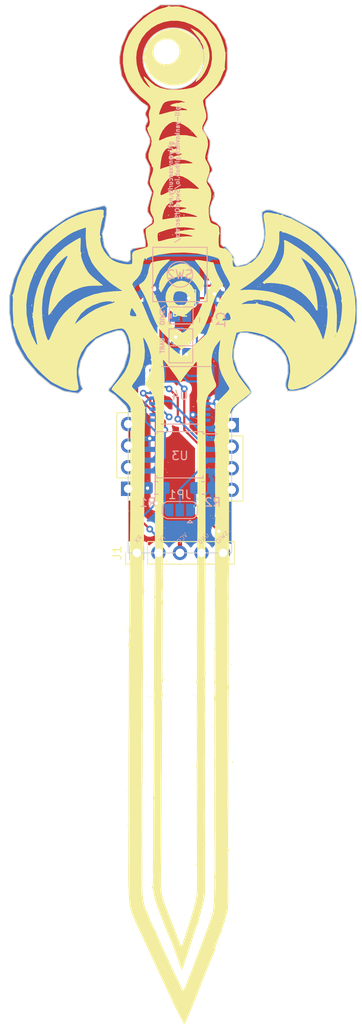
<source format=kicad_pcb>
(kicad_pcb (version 20221018) (generator pcbnew)
  (layers (0 "F.Cu" signal) (31 "B.Cu" signal) (34 "B.Paste" user) (35 "F.Paste" user) (36 "B.SilkS" user "B.Silkscreen") (37 "F.SilkS" user "F.Silkscreen") (38 "B.Mask" user) (39 "F.Mask" user) (44 "Edge.Cuts" user))
  (net 0 "")
  (net 1 "VCC")
  (net 2 "GND")
  (net 3 "RST")
  (net 4 "PC4")
  (net 5 "MISO")
  (net 6 "IO2")
  (net 7 "MOSI")
  (net 8 "SCK")
  (net 9 "SWIO")
  (net 10 "PC3")
  (net 16 "Net-(J1-Pin_1)")
  (net 17 "Net-(J1-Pin_2)")
  (net 18 "Net-(JP1-A)")
  (net 19 "Net-(JP1-B)")
  (net 20 "TX")
  (net 21 "RX")
  (footprint "LED_SMD:LED_0805_2012Metric_Pad1.15x1.40mm_HandSolder" (layer "F.Cu") (at -0.009 -11.43 180)
    (fp_text reference "D1" (at 0 -1.65) (layer "F.SilkS"))
    (fp_text value "LED")
    (pad "1" smd roundrect (at -1.025 0 180) (size 1.15 1.4) (layers "F.Cu" "F.Paste" "F.Mask") (roundrect_rratio 0.2173913043) (net 2 "GND"))
    (pad "2" smd roundrect (at 1.025 0 180) (size 1.15 1.4) (layers "F.Cu" "F.Paste" "F.Mask") (roundrect_rratio 0.2173913043) (net 10 "PC3"))
  )
  (footprint "Connector_PinHeader_2.54mm:PinHeader_1x04_P2.54mm_Vertical" (layer "F.Cu") (at -6.096 11 180)
    (fp_text reference "J4" hide)
    (fp_text value "Conn_01x04_Pin")
    (pad "1" thru_hole rect (at 0 0 180) (size 1.7 1.7) (drill 1) (layers "*.Cu" "*.Mask") (net 7 "MOSI"))
    (pad "2" thru_hole oval (at 0 2.54 180) (size 1.7 1.7) (drill 1) (layers "*.Cu" "*.Mask") (net 8 "SCK"))
    (pad "3" thru_hole oval (at 0 5.08 180) (size 1.7 1.7) (drill 1) (layers "*.Cu" "*.Mask") (net 1 "VCC"))
    (pad "4" thru_hole oval (at 0 7.62 180) (size 1.7 1.7) (drill 1) (layers "*.Cu" "*.Mask") (net 1 "VCC"))
  )
  (footprint "LOGO" (layer "F.Cu") (at 0.203254 12.954 42)
    (fp_text reference "G***" hide)
    (fp_text value "LOGO" hide)
  )
  (footprint "Connector_PinHeader_2.54mm:PinHeader_1x05_P2.54mm_Vertical" (layer "F.Cu") (at -5.08 18.542 90)
    (fp_text reference "J1" (at 0 -2.33 90) (layer "F.SilkS"))
    (fp_text value "Conn_01x05_Pin")
    (pad "1" thru_hole rect (at 0 0 90) (size 1.7 1.7) (drill 1) (layers "*.Cu" "*.Mask") (net 16 "Net-(J1-Pin_1)"))
    (pad "2" thru_hole oval (at 0 2.54 90) (size 1.7 1.7) (drill 1) (layers "*.Cu" "*.Mask") (net 17 "Net-(J1-Pin_2)"))
    (pad "3" thru_hole oval (at 0 5.08 90) (size 1.7 1.7) (drill 1) (layers "*.Cu" "*.Mask") (net 1 "VCC"))
    (pad "4" thru_hole oval (at 0 7.62 90) (size 1.7 1.7) (drill 1) (layers "*.Cu" "*.Mask") (net 2 "GND"))
    (pad "5" thru_hole oval (at 0 10.16 90) (size 1.7 1.7) (drill 1) (layers "*.Cu" "*.Mask") (net 9 "SWIO"))
  )
  (footprint "Connector_PinHeader_2.54mm:PinHeader_1x04_P2.54mm_Vertical" (layer "F.Cu") (at 6.096 3.5)
    (fp_text reference "J3" hide)
    (fp_text value "Conn_01x04_Pin")
    (pad "1" thru_hole rect (at 0 0) (size 1.7 1.7) (drill 1) (layers "*.Cu" "*.Mask") (net 4 "PC4"))
    (pad "2" thru_hole oval (at 0 2.54) (size 1.7 1.7) (drill 1) (layers "*.Cu" "*.Mask") (net 5 "MISO"))
    (pad "3" thru_hole oval (at 0 5.08) (size 1.7 1.7) (drill 1) (layers "*.Cu" "*.Mask") (net 6 "IO2"))
    (pad "4" thru_hole oval (at 0 7.62) (size 1.7 1.7) (drill 1) (layers "*.Cu" "*.Mask") (net 2 "GND"))
  )
  (footprint "SolderJumper:SolderJumper-2_P1.3mm_Open_Pad1.0x1.5mm" (layer "B.Cu") (at 0.112 -6.826 180)
    (fp_text reference "JP4" hide)
    (fp_text value "SolderJumper_2_Open")
    (pad "1" smd rect (at -0.65 0 180) (size 1 1.5) (layers "B.Cu" "B.Mask") (net 21 "RX"))
    (pad "2" smd rect (at 0.65 0 180) (size 1 1.5) (layers "B.Cu" "B.Mask") (net 16 "Net-(J1-Pin_1)"))
  )
  (footprint "SMD-Button-6x6-4Pin:SMD-BTN-6x6-4Pin" (layer "B.Cu") (at 0 -14.224)
    (fp_text reference "SW2" (at 0 0) (layer "B.SilkS") (effects (justify mirror)))
    (fp_text value "SW_Push")
    (pad "1" smd rect (at -4.05 2.225) (size 1.5 1) (layers "B.Cu" "B.Paste" "B.Mask") (net 2 "GND"))
    (pad "1" smd rect (at 4.05 2.225) (size 1.5 1) (layers "B.Cu" "B.Paste" "B.Mask") (net 2 "GND"))
    (pad "2" smd rect (at -4.05 -2.225) (size 1.5 1) (layers "B.Cu" "B.Paste" "B.Mask") (net 3 "RST"))
    (pad "2" smd rect (at 4.05 -2.225) (size 1.5 1) (layers "B.Cu" "B.Paste" "B.Mask") (net 3 "RST"))
  )
  (footprint "SolderJumper:SolderJumper-2_P1.3mm_Open_Pad1.0x1.5mm" (layer "B.Cu") (at 0.112 -4.826 180)
    (fp_text reference "JP3" hide)
    (fp_text value "SolderJumper_2_Open")
    (pad "1" smd rect (at -0.65 0 180) (size 1 1.5) (layers "B.Cu" "B.Mask") (net 17 "Net-(J1-Pin_2)"))
    (pad "2" smd rect (at 0.65 0 180) (size 1 1.5) (layers "B.Cu" "B.Mask") (net 20 "TX"))
  )
  (footprint "Resistor_SMD:R_0805_2012Metric_Pad1.20x1.40mm_HandSolder" (layer "B.Cu") (at -2.8 10.9 180)
    (fp_text reference "R1" (at 0.98 -1.71) (layer "B.SilkS") (effects (justify mirror)))
    (fp_text value "10k")
    (pad "1" smd roundrect (at -1 0 180) (size 1.2 1.4) (layers "B.Cu" "B.Paste" "B.Mask") (roundrect_rratio 0.2083333333) (net 19 "Net-(JP1-B)"))
    (pad "2" smd roundrect (at 1 0 180) (size 1.2 1.4) (layers "B.Cu" "B.Paste" "B.Mask") (roundrect_rratio 0.2083333333) (net 1 "VCC"))
  )
  (footprint "Package_SO:TSSOP-20_4.4x6.5mm_P0.65mm" (layer "B.Cu") (at 0 0 180)
    (fp_text reference "U4" (at 0 0) (layer "B.SilkS") (effects (justify mirror)))
    (fp_text value "CH32V003F4P6")
    (pad "1" smd roundrect (at -2.8625 2.925 180) (size 1.475 0.4) (layers "B.Cu" "B.Paste" "B.Mask"))
    (pad "2" smd roundrect (at -2.8625 2.275 180) (size 1.475 0.4) (layers "B.Cu" "B.Paste" "B.Mask") (net 20 "TX"))
    (pad "3" smd roundrect (at -2.8625 1.625 180) (size 1.475 0.4) (layers "B.Cu" "B.Paste" "B.Mask") (net 21 "RX"))
    (pad "4" smd roundrect (at -2.8625 0.975 180) (size 1.475 0.4) (layers "B.Cu" "B.Paste" "B.Mask") (net 3 "RST"))
    (pad "5" smd roundrect (at -2.8625 0.325 180) (size 1.475 0.4) (layers "B.Cu" "B.Paste" "B.Mask"))
    (pad "6" smd roundrect (at -2.8625 -0.325 180) (size 1.475 0.4) (layers "B.Cu" "B.Paste" "B.Mask"))
    (pad "7" smd roundrect (at -2.8625 -0.975 180) (size 1.475 0.4) (layers "B.Cu" "B.Paste" "B.Mask") (net 2 "GND"))
    (pad "8" smd roundrect (at -2.8625 -1.625 180) (size 1.475 0.4) (layers "B.Cu" "B.Paste" "B.Mask"))
    (pad "9" smd roundrect (at -2.8625 -2.275 180) (size 1.475 0.4) (layers "B.Cu" "B.Paste" "B.Mask") (net 1 "VCC"))
    (pad "10" smd roundrect (at -2.8625 -2.925 180) (size 1.475 0.4) (layers "B.Cu" "B.Paste" "B.Mask"))
    (pad "11" smd roundrect (at 2.8625 -2.925 180) (size 1.475 0.4) (layers "B.Cu" "B.Paste" "B.Mask"))
    (pad "12" smd roundrect (at 2.8625 -2.275 180) (size 1.475 0.4) (layers "B.Cu" "B.Paste" "B.Mask"))
    (pad "13" smd roundrect (at 2.8625 -1.625 180) (size 1.475 0.4) (layers "B.Cu" "B.Paste" "B.Mask") (net 10 "PC3"))
    (pad "14" smd roundrect (at 2.8625 -0.975 180) (size 1.475 0.4) (layers "B.Cu" "B.Paste" "B.Mask") (net 4 "PC4"))
    (pad "15" smd roundrect (at 2.8625 -0.325 180) (size 1.475 0.4) (layers "B.Cu" "B.Paste" "B.Mask") (net 8 "SCK"))
    (pad "16" smd roundrect (at 2.8625 0.325 180) (size 1.475 0.4) (layers "B.Cu" "B.Paste" "B.Mask") (net 7 "MOSI"))
    (pad "17" smd roundrect (at 2.8625 0.975 180) (size 1.475 0.4) (layers "B.Cu" "B.Paste" "B.Mask") (net 5 "MISO"))
    (pad "18" smd roundrect (at 2.8625 1.625 180) (size 1.475 0.4) (layers "B.Cu" "B.Paste" "B.Mask") (net 9 "SWIO"))
    (pad "19" smd roundrect (at 2.8625 2.275 180) (size 1.475 0.4) (layers "B.Cu" "B.Paste" "B.Mask"))
    (pad "20" smd roundrect (at 2.8625 2.925 180) (size 1.475 0.4) (layers "B.Cu" "B.Paste" "B.Mask"))
  )
  (footprint "Resistor_SMD:R_0805_2012Metric_Pad1.20x1.40mm_HandSolder" (layer "B.Cu") (at 2.8 10.9)
    (fp_text reference "R2" (at 1.06 1.68) (layer "B.SilkS") (effects (justify mirror)))
    (fp_text value "100k")
    (pad "1" smd roundrect (at -1 0) (size 1.2 1.4) (layers "B.Cu" "B.Paste" "B.Mask") (roundrect_rratio 0.2083333333) (net 18 "Net-(JP1-A)"))
    (pad "2" smd roundrect (at 1 0) (size 1.2 1.4) (layers "B.Cu" "B.Paste" "B.Mask") (roundrect_rratio 0.2083333333) (net 2 "GND"))
  )
  (footprint "SolderJumper:SolderJumper-2_P1.3mm_Open_Pad1.0x1.5mm" (layer "B.Cu") (at 0.142 -9.398 180)
    (fp_text reference "JP2" hide)
    (fp_text value "SolderJumper_2_Open")
    (pad "1" smd rect (at -0.65 0 180) (size 1 1.5) (layers "B.Cu" "B.Mask") (net 2 "GND"))
    (pad "2" smd rect (at 0.65 0 180) (size 1 1.5) (layers "B.Cu" "B.Mask") (net 9 "SWIO"))
  )
  (footprint "Package_SO:SOIC-8_5.23x5.23mm_P1.27mm" (layer "B.Cu") (at 0 7 180)
    (fp_text reference "U3" (at 0 -0.112) (layer "B.SilkS") (effects (justify mirror)))
    (fp_text value "W25Q128JVS")
    (pad "1" smd roundrect (at -3.6 1.905 180) (size 1.6 0.6) (layers "B.Cu" "B.Paste" "B.Mask") (net 4 "PC4"))
    (pad "2" smd roundrect (at -3.6 0.635 180) (size 1.6 0.6) (layers "B.Cu" "B.Paste" "B.Mask") (net 5 "MISO"))
    (pad "3" smd roundrect (at -3.6 -0.635 180) (size 1.6 0.6) (layers "B.Cu" "B.Paste" "B.Mask") (net 6 "IO2"))
    (pad "4" smd roundrect (at -3.6 -1.905 180) (size 1.6 0.6) (layers "B.Cu" "B.Paste" "B.Mask") (net 2 "GND"))
    (pad "5" smd roundrect (at 3.6 -1.905 180) (size 1.6 0.6) (layers "B.Cu" "B.Paste" "B.Mask") (net 7 "MOSI"))
    (pad "6" smd roundrect (at 3.6 -0.635 180) (size 1.6 0.6) (layers "B.Cu" "B.Paste" "B.Mask") (net 8 "SCK"))
    (pad "7" smd roundrect (at 3.6 0.635 180) (size 1.6 0.6) (layers "B.Cu" "B.Paste" "B.Mask") (net 1 "VCC"))
    (pad "8" smd roundrect (at 3.6 1.905 180) (size 1.6 0.6) (layers "B.Cu" "B.Paste" "B.Mask") (net 1 "VCC"))
  )
  (footprint "Capacitor_SMD:C_0805_2012Metric_Pad1.18x1.45mm_HandSolder" (layer "B.Cu") (at 3.048 -8.8685 -90)
    (fp_text reference "C1" (at 0 -1.778 90) (layer "B.SilkS") (effects (justify mirror)))
    (fp_text value "C")
    (pad "1" smd roundrect (at -1.0375 0 270) (size 1.175 1.45) (layers "B.Cu" "B.Paste" "B.Mask") (roundrect_rratio 0.2127659574) (net 3 "RST"))
    (pad "2" smd roundrect (at 1.0375 0 270) (size 1.175 1.45) (layers "B.Cu" "B.Paste" "B.Mask") (roundrect_rratio 0.2127659574) (net 2 "GND"))
  )
  (footprint "SolderJumper:SolderJumper-3_P1.3mm_Open_RoundedPad1.0x1.5mm" (layer "B.Cu") (at -0.02 13.5 180)
    (fp_text reference "JP1" (at 0 1.8) (layer "B.SilkS") (effects (justify mirror)))
    (fp_text value "SolderJumper_3_Open")
    (pad "1" smd custom (at -1.3 0 180) (size 1 0.5) (layers "B.Cu" "B.Mask") (net 18 "Net-(JP1-A)") (options (clearance outline) (anchor rect)) (primitives (gr_circle (center 0 -0.25) (end 0.5 -0.25) (width 0) (fill yes)) (gr_circle (center 0 0.25) (end 0.5 0.25) (width 0) (fill yes)) (gr_poly (pts (xy 0.55 0.75) (xy 0 0.75) (xy 0 -0.75) (xy 0.55 -0.75)) (width 0) (fill yes))))
    (pad "2" smd rect (at 0 0 180) (size 1 1.5) (layers "B.Cu" "B.Mask") (net 6 "IO2"))
    (pad "3" smd custom (at 1.3 0 180) (size 1 0.5) (layers "B.Cu" "B.Mask") (net 19 "Net-(JP1-B)") (options (clearance outline) (anchor rect)) (primitives (gr_circle (center 0 -0.25) (end 0.5 -0.25) (width 0) (fill yes)) (gr_circle (center 0 0.25) (end 0.5 0.25) (width 0) (fill yes)) (gr_poly (pts (xy -0.55 0.75) (xy 0 0.75) (xy 0 -0.75) (xy -0.55 -0.75)) (width 0) (fill yes))))
  )
  (gr_poly (pts (xy -7.9 -10.9) (xy -8.8 -10.6) (xy -9.8 -10.2) (xy -10.4 -9.9) (xy -11 -9.5) (xy -12.4 -8.4) (xy -12 -9.1) (xy -11.5 -9.8) (xy -10.7 -10.4) (xy -9.8 -10.8) (xy -8.8 -11.1) (xy -7.7 -11.1) (xy -7.7 -11)) (stroke (width 0.2)) (fill solid) (layer "F.Cu"))
  (gr_poly (pts (xy 0.8 -33.5) (xy -0.5 -33.5) (xy -1.1 -33.4) (xy -2.2 -33.1) (xy -2.5 -33) (xy -2.5 -33.1) (xy -2.3 -33.6) (xy -2 -34.3) (xy -1.8 -34.5) (xy -1.5 -34.6) (xy -1 -34.7) (xy 0.1 -34.7) (xy 0.3 -34.6) (xy 0.6 -34.6) (xy 0.6 -34.5) (xy 0.5 -34.4) (xy -0.2 -34.4) (xy -0.7 -34.3) (xy -1 -34.2) (xy -1.1 -34.1) (xy -0.1 -33.9) (xy 0.5 -33.8) (xy 0.9 -33.6)) (stroke (width 0.2)) (fill solid) (layer "F.Cu"))
  (gr_poly (pts (xy 2.2 -24.3) (xy 1.1 -24.4) (xy -0.6 -24.2) (xy -2.2 -23.5) (xy -2.3 -23.6) (xy -2.3 -24) (xy -1.5 -25.4) (xy -0.8 -25.8) (xy -0.2 -25.9) (xy 0.5 -25.7) (xy 1.3 -25.2) (xy 2.3 -24.3)) (stroke (width 0.2)) (fill solid) (layer "F.Cu"))
  (gr_poly (pts (xy 0.4 -18.7) (xy -1.8 -18.3) (xy -2.5 -18.1) (xy -2.6 -18.2) (xy -2.6 -19.1) (xy -1.5 -19.5) (xy -0.5 -19.7) (xy 0.5 -19.8) (xy 1.4 -19.7) (xy 1.8 -19.6) (xy 1.7 -19.5) (xy 1.2 -19.5) (xy 0.2 -19.4) (xy -0.6 -19.2) (xy -0.5 -19.1) (xy 0.4 -19) (xy 1.1 -18.9) (xy 1.5 -18.7)) (stroke (width 0.2)) (fill solid) (layer "F.Cu"))
  (gr_poly (pts (xy 7.1 -12.4) (xy 8.9 -12.4) (xy 10.6 -12.2) (xy 12.2 -11.7) (xy 13.4 -11.1) (xy 14.4 -10.4) (xy 15.3 -9.5) (xy 15.9 -8.7) (xy 16.5 -7.5) (xy 16.8 -6.6) (xy 16.9 -6.6) (xy 17.1 -7.3) (xy 17.3 -8.4) (xy 17.4 -9.5) (xy 17.4 -10.3) (xy 17.2 -11.6) (xy 16.9 -12.9) (xy 16.5 -13.8) (xy 15.9 -14.9) (xy 15.1 -15.7) (xy 14.2 -16.3) (xy 14.9 -15) (xy 15.3 -14.2) (xy 15.7 -13.2) (xy 16 -12.2) (xy 16.2 -10.8) (xy 16.2 -10) (xy 16.1 -10) (xy 15.4 -11) (xy 14.8 -11.7) (xy 14.3 -12.1) (xy 13.5 -12.6) (xy 12.8 -12.9) (xy 12 -13.1) (xy 11.1 -13.2) (xy 9.8 -13.2) (xy 9.8 -13.3) (xy 10.8 -14.2) (xy 11.4 -14.9) (xy 11.9 -15.7) (xy 12.3 -16.7) (xy 12.3 -18.2) (xy 12.4 -18.2) (xy 13.4 -17.7) (xy 14.6 -16.9) (xy 15.9 -15.7) (xy 16.6 -15) (xy 17.2 -14) (xy 17.8 -12.8) (xy 18.2 -11.7) (xy 18.4 -10.6) (xy 18.5 -9.3) (xy 18.4 -7.4) (xy 18.5 -7.3) (xy 18.8 -8.2) (xy 19.1 -9.6) (xy 19.1 -11.2) (xy 18.9 -12.3) (xy 18.5 -13.4) (xy 17.7 -15.1) (xy 16.5 -16.5) (xy 15.5 -17.4) (xy 14.2 -18.3) (xy 12.6 -19.1) (xy 11.8 -19.4) (xy 11.6 -19.2) (xy 11.7 -18.4) (xy 11.7 -18) (xy 11.5 -17.1) (xy 11.2 -16.3) (xy 10.8 -15.6) (xy 10.2 -14.9) (xy 9.6 -14.3) (xy 8.8 -13.6)) (stroke (width 0.2)) (fill solid) (layer "F.Cu"))
  (gr_poly (pts (xy 7.2 -10.7) (xy 8.9 -10.8) (xy 10 -10.6) (xy 11.5 -10.1) (xy 12.3 -9.6) (xy 13.6 -8.6) (xy 13.3 -9.3) (xy 12.3 -10.3) (xy 11.4 -10.8) (xy 10.2 -11.2) (xy 8.7 -11.3) (xy 7.4 -10.9)) (stroke (width 0.2)) (fill solid) (layer "F.Cu"))
  (gr_poly (pts (xy 2.1 -30.3) (xy 1.3 -30.5) (xy 0.2 -30.6) (xy -0.9 -30.5) (xy -1.6 -30.3) (xy -2.3 -30) (xy -2.5 -30) (xy -2.5 -30.2) (xy -2.1 -31.2) (xy -1.6 -31.8) (xy -0.9 -32.2) (xy -0.5 -32.2) (xy 0 -32.1) (xy 0.4 -31.9) (xy 0.9 -31.6) (xy 1.3 -31.2) (xy 1.8 -30.8)) (stroke (width 0.2)) (fill solid) (layer "F.Cu"))
  (gr_poly (pts (xy 1.5 -27.3) (xy 0.1 -27.3) (xy -0.9 -27.1) (xy -1.6 -26.9) (xy -2.4 -26.6) (xy -2.2 -27.9) (xy -2 -28.5) (xy -1.8 -28.8) (xy -1.7 -29) (xy -1.4 -29.2) (xy -0.8 -29.3) (xy -0.5 -29.3) (xy -0.3 -29.2) (xy -0.3 -29.1) (xy -0.9 -28.9) (xy -1.2 -28.7) (xy -1.2 -28.6) (xy 0.3 -28.4) (xy -0.9 -28) (xy -0.9 -27.9) (xy 0 -27.8) (xy 1 -27.6) (xy 1.5 -27.4)) (stroke (width 0.2)) (fill solid) (layer "F.Cu"))
  (gr_poly (pts (xy 2.1 -21) (xy 0.1 -21) (xy -2 -20.7) (xy -2.1 -20.8) (xy -1.9 -21.6) (xy -1.6 -22.3) (xy -1.1 -22.7) (xy -0.3 -23) (xy 0.2 -22.9) (xy 0.1 -22.8) (xy -0.5 -22.5) (xy -0.8 -22.3) (xy -0.8 -22.2) (xy 0.5 -22.1) (xy 0.8 -22) (xy 0.2 -21.9) (xy -0.2 -21.7) (xy -0.3 -21.6) (xy 0.3 -21.5) (xy 1.4 -21.3)) (stroke (width 0.2)) (fill solid) (layer "F.Cu"))
  (gr_poly (pts (xy -6.8 -12.3) (xy -8.3 -12.2) (xy -9.1 -12.1) (xy -10.4 -11.8) (xy -11.2 -11.5) (xy -12.2 -10.9) (xy -13.1 -10.2) (xy -13.8 -9.5) (xy -14.4 -8.7) (xy -14.7 -8.1) (xy -15.1 -7.2) (xy -15.4 -6.5) (xy -15.5 -6.5) (xy -15.6 -6.6) (xy -16 -7.9) (xy -16.2 -8.9) (xy -16.3 -10.2) (xy -16.2 -11.5) (xy -16 -12.5) (xy -15.7 -13.4) (xy -15.3 -14.2) (xy -14.6 -15.2) (xy -13.9 -16) (xy -13.4 -16.4) (xy -13.2 -16.5) (xy -13.2 -16.3) (xy -13.8 -15.2) (xy -14.5 -13.8) (xy -14.8 -13) (xy -15 -12.5) (xy -15.3 -11.4) (xy -15.4 -10.8) (xy -15.5 -9.8) (xy -15.5 -9.4) (xy -15.4 -9.4) (xy -14.7 -10.4) (xy -14.3 -10.9) (xy -13.5 -11.7) (xy -12.6 -12.3) (xy -11.9 -12.6) (xy -11.2 -12.8) (xy -10.5 -12.9) (xy -9.3 -12.9) (xy -9.2 -13) (xy -10.8 -14.4) (xy -11.4 -15.6) (xy -11.6 -16.2) (xy -11.7 -16.9) (xy -11.7 -18.5) (xy -11.8 -18.5) (xy -12.9 -17.9) (xy -13.6 -17.4) (xy -14.4 -16.7) (xy -15.1 -15.8) (xy -15.8 -14.8) (xy -16.4 -13.6) (xy -16.8 -12.6) (xy -17.1 -11.4) (xy -17.3 -9.7) (xy -17.3 -9) (xy -17.2 -8.1) (xy -17 -7) (xy -16.8 -6) (xy -16.9 -5.9) (xy -17.4 -7) (xy -17.8 -8.1) (xy -18.1 -9.5) (xy -18.1 -10.7) (xy -17.9 -12.2) (xy -17.6 -13.3) (xy -17.2 -14.3) (xy -16.6 -15.4) (xy -15.9 -16.4) (xy -15.2 -17.2) (xy -13.9 -18.3) (xy -12.8 -19.1) (xy -12.1 -19.4) (xy -11 -19.8) (xy -11 -17.6) (xy -10.7 -16.4) (xy -10.4 -15.7) (xy -10.1 -15.2) (xy -9.1 -14.1) (xy -8.1 -13.2) (xy -7.3 -12.6)) (stroke (width 0.2)) (fill solid) (layer "F.Cu"))
  (gr_poly (pts (xy 6.096 18.552291) (xy 6.096 2.042291) (xy 6.35 1.534291) (xy 6.858 1.026291) (xy 7.874 0.264291) (xy 8.382 -0.243709) (xy 8.382 -0.497709) (xy 8.128 -1.005709) (xy 7.366 -2.021709) (xy 6.858 -2.783709) (xy 6.35 -4.307709) (xy 6.35 -5.323709) (xy 6.604 -6.339709) (xy 6.858 -7.101709) (xy 7.112 -7.355709) (xy 7.874 -7.355709) (xy 9.906 -6.847709) (xy 11.176 -6.085709) (xy 11.938 -5.323709) (xy 12.446 -4.561709) (xy 12.7 -3.545709) (xy 12.7 -2.529709) (xy 12.446 -1.513709) (xy 12.446 -1.005709) (xy 12.7 -0.497709) (xy 13.462 -0.497709) (xy 14.732 -0.751709) (xy 16.764 -2.021709) (xy 18.034 -3.037709) (xy 19.558 -4.815709) (xy 20.32 -6.339709) (xy 20.574 -7.355709) (xy 20.828 -8.625709) (xy 20.828 -11.165709) (xy 20.574 -12.689709) (xy 20.066 -14.467709) (xy 19.304 -15.991709) (xy 18.288 -17.261709) (xy 16.256 -19.293709) (xy 12.954 -21.071709) (xy 10.668 -21.833709) (xy 10.16 -21.833709) (xy 9.652 -21.579709) (xy 9.652 -21.071709) (xy 9.906 -19.293709) (xy 9.906 -18.531709) (xy 9.652 -17.515709) (xy 8.89 -16.245709) (xy 7.874 -15.483709) (xy 6.858 -15.229709) (xy 6.604 -15.229709) (xy 6.35 -15.737709) (xy 6.35 -16.245709) (xy 5.588 -17.261709) (xy 5.334 -17.515709) (xy 5.08 -17.515709) (xy 4.826 -17.769709) (xy 4.826 -19.801709) (xy 4.318 -20.309709) (xy 3.81 -20.563709) (xy 3.556 -21.325709) (xy 3.556 -22.087709) (xy 3.81 -22.849709) (xy 4.064 -23.357709) (xy 4.064 -23.865709) (xy 3.556 -24.881709) (xy 3.302 -25.135709) (xy 3.302 -25.389709) (xy 3.556 -26.151709) (xy 3.81 -26.405709) (xy 3.81 -26.659709) (xy 3.302 -27.675709) (xy 3.302 -28.183709) (xy 3.556 -29.453709) (xy 3.556 -29.961709) (xy 2.794 -31.231709) (xy 2.794 -31.485709) (xy 3.302 -32.501709) (xy 3.302 -33.009709) (xy 3.048 -34.279709) (xy 3.048 -34.787709) (xy 4.826 -36.565709) (xy 5.334 -37.581709) (xy 5.588 -38.343709) (xy 5.588 -40.883709) (xy 5.334 -41.899709) (xy 4.318 -43.677709) (xy 2.54 -45.201709) (xy 0.254 -45.963709) (xy -2.286 -45.963709) (xy -4.318 -44.693709) (xy -6.096 -42.915709) (xy -6.858 -41.137709) (xy -7.112 -39.867709) (xy -7.112 -39.105709) (xy -6.858 -37.581709) (xy -5.842 -35.803709) (xy -4.572 -34.533709) (xy -3.81 -34.025709) (xy -3.81 -33.771709) (xy -4.064 -33.263709) (xy -4.064 -33.009709) (xy -3.81 -32.501709) (xy -3.81 -32.247709) (xy -4.064 -31.739709) (xy -4.064 -31.231709) (xy -3.556 -30.215709) (xy -3.556 -29.707709) (xy -4.064 -28.437709) (xy -4.064 -27.929709) (xy -3.556 -26.913709) (xy -3.556 -26.405709) (xy -3.81 -25.135709) (xy -3.81 -24.881709) (xy -3.302 -23.865709) (xy -3.81 -22.087709) (xy -3.81 -21.579709) (xy -3.302 -20.817709) (xy -3.302 -20.309709) (xy -4.318 -19.547709) (xy -4.318 -19.293709) (xy -4.064 -18.023709) (xy -4.064 -17.515709) (xy -5.588 -17.261709) (xy -5.842 -17.007709) (xy -5.842 -15.991709) (xy -6.096 -15.737709) (xy -6.35 -15.737709) (xy -7.366 -15.991709) (xy -8.128 -16.245709) (xy -8.89 -17.515709) (xy -9.144 -19.039709) (xy -8.89 -19.801709) (xy -8.636 -21.325709) (xy -8.636 -22.087709) (xy -8.89 -22.341709) (xy -11.938 -21.579709) (xy -13.462 -20.817709) (xy -16.002 -19.039709) (xy -17.272 -17.769709) (xy -18.542 -15.991709) (xy -19.558 -13.705709) (xy -20.066 -11.673709) (xy -20.066 -9.641709) (xy -19.812 -7.863709) (xy -19.304 -6.085709) (xy -18.288 -4.307709) (xy -16.764 -2.529709) (xy -15.24 -1.259709) (xy -13.716 -0.497709) (xy -12.192 -0.243709) (xy -11.938 -0.243709) (xy -11.43 -0.751709) (xy -11.684 -1.259709) (xy -11.938 -2.783709) (xy -11.684 -4.053709) (xy -10.922 -5.577709) (xy -9.906 -6.593709) (xy -8.89 -7.101709) (xy -7.366 -7.609709) (xy -6.858 -7.609709) (xy -6.604 -7.355709) (xy -6.35 -6.847709) (xy -6.096 -5.831709) (xy -6.096 -5.069709) (xy -6.604 -3.291709) (xy -7.366 -2.021709) (xy -8.128 -1.005709) (xy -8.382 -0.751709) (xy -8.382 -0.497709) (xy -7.62 0.010291) (xy -6.35 1.280291) (xy -6.096 1.788291) (xy -6.096 18.552291)) (stroke (width 0.1)) (fill none) (layer "Edge.Cuts"))
  (gr_circle (center -0.762 -39.652135) (end -0.508 -36.068) (stroke (width 0.1)) (fill none) (layer "Edge.Cuts"))
  (gr_text "/SWIO" (at -1.778 -10.668 90) (layer "B.SilkS") (effects (font (size 0.5 0.5) (thickness 0.125)) (justify left bottom mirror)))
  (gr_text "giliy@nyxsecurity.net\ngili-yankovitch.github.io/SwordOfSecrets/" (at 0 -26 90) (layer "B.SilkS") (effects (font (size 0.5 0.5) (thickness 0.125)) (justify bottom mirror)))
  (gr_text "VCC" (at 1.016 16.51 45) (layer "B.SilkS") (effects (font (size 0.5 0.5) (thickness 0.0625)) (justify left bottom mirror)))
  (gr_text "GND" (at 3.556 16.51 45) (layer "B.SilkS") (effects (font (size 0.5 0.5) (thickness 0.0625)) (justify left bottom mirror)))
  (gr_text "TX" (at -1.524 16.764 -315) (layer "B.SilkS") (effects (font (size 0.5 0.5) (thickness 0.0625)) (justify left bottom mirror)))
  (gr_text "UART" (at -1.778 -6.858 90) (layer "B.SilkS") (effects (font (size 0.5 0.5) (thickness 0.125)) (justify left bottom mirror)))
  (gr_text "RX" (at -4.318 16.764 -315) (layer "B.SilkS") (effects (font (size 0.5 0.5) (thickness 0.0625)) (justify left bottom mirror)))
  (gr_text "SWIO" (at 5.842 16.256 45) (layer "B.SilkS") (effects (font (size 0.5 0.5) (thickness 0.0625)) (justify left bottom mirror)))
  (via (at 1.524 2.286) (size 0.8) (drill 0.4) (layers "F.Cu" "B.Cu") (net 1))
  (via (at -3.556 5.08) (size 0.8) (drill 0.4) (layers "F.Cu" "B.Cu") (net 1))
  (via (at -3.81 10.922) (size 0.8) (drill 0.4) (layers "F.Cu" "B.Cu") (net 1))
  (segment (start -5.971 6.045) (end -5.971 5.92) (width 0.25) (layer "B.Cu") (net 1))
  (segment (start 2.8625 2.275) (end 1.524 2.286) (width 0.25) (layer "B.Cu") (net 1))
  (segment (start -3.6 6.365) (end -3.6 5.095) (width 0.25) (layer "B.Cu") (net 1))
  (segment (start -3.585 5.095) (end -4.381 5.095) (width 0.25) (layer "B.Cu") (net 1))
  (segment (start -3.615 5.095) (end -3.556 5.08) (width 0.25) (layer "B.Cu") (net 1))
  (segment (start -5.651 6.365) (end -5.971 6.045) (width 0.25) (layer "B.Cu") (net 1))
  (segment (start -3.6 5.095) (end -3.615 5.095) (width 0.25) (layer "B.Cu") (net 1))
  (segment (start 1.524 2.286) (end 1.535 2.275) (width 0.25) (layer "B.Cu") (net 1))
  (segment (start -4.381 5.095) (end -5.971 3.505) (width 0.25) (layer "B.Cu") (net 1))
  (segment (start -3.556 5.08) (end -3.585 5.095) (width 0.25) (layer "B.Cu") (net 1))
  (segment (start -5.971 3.505) (end -5.971 3.38) (width 0.25) (layer "B.Cu") (net 1))
  (segment (start -3.6 6.365) (end -5.651 6.365) (width 0.25) (layer "B.Cu") (net 1))
  (segment (start 4.064 -11.938) (end 3.556 -11.43) (width 0.25) (layer "F.Cu") (net 2))
  (segment (start 4.921 1.365) (end 4.318 0.762) (width 0.25) (layer "F.Cu") (net 2))
  (segment (start 3.556 -11.43) (end 1.016 -11.43) (width 0.25) (layer "F.Cu") (net 2))
  (segment (start 4.921 10.07) (end 5.971 11.12) (width 0.25) (layer "F.Cu") (net 2))
  (segment (start 4.921 4.657695) (end 4.921 10.07) (width 0.25) (layer "F.Cu") (net 2))
  (segment (start 4.921 4.657695) (end 4.921 1.365) (width 0.25) (layer "F.Cu") (net 2))
  (via (at 4.318 0.762) (size 0.8) (drill 0.4) (layers "F.Cu" "B.Cu") (net 2))
  (via (at 4.064 -11.938) (size 0.8) (drill 0.4) (layers "F.Cu" "B.Cu") (net 2))
  (via (at 1.016 -11.43) (size 0.8) (drill 0.4) (layers "F.Cu" "B.Cu") (net 2))
  (segment (start 2.54 12.16) (end 3.8 10.9) (width 0.25) (layer "B.Cu") (net 2))
  (segment (start 5.815 11.12) (end 3.6 8.905) (width 0.25) (layer "B.Cu") (net 2))
  (segment (start 2.8625 0.975) (end 4.105 0.975) (width 0.25) (layer "B.Cu") (net 2))
  (segment (start 4.105 0.975) (end 4.318 0.762) (width 0.25) (layer "B.Cu") (net 2))
  (segment (start 4.02 11.12) (end 5.815 11.12) (width 0.25) (layer "B.Cu") (net 2))
  (segment (start 3.8 10.9) (end 4.02 11.12) (width 0.25) (layer "B.Cu") (net 2))
  (segment (start 2.54 18.542) (end 2.54 12.16) (width 0.25) (layer "B.Cu") (net 2))
  (segment (start 3.048 -9.906) (end 1.998 -8.856) (width 0.25) (layer "B.Cu") (net 3))
  (segment (start 3.551041 -0.975) (end 2.8625 -0.975) (width 0.25) (layer "B.Cu") (net 3))
  (segment (start 1.998 -5.368) (end 3.925 -3.441) (width 0.25) (layer "B.Cu") (net 3))
  (segment (start 4.05 -16.449) (end 2.975 -15.374) (width 0.25) (layer "B.Cu") (net 3))
  (segment (start 4.05 -16.449) (end -4.05 -16.449) (width 0.25) (layer "B.Cu") (net 3))
  (segment (start 2.975 -9.979) (end 3.048 -9.906) (width 0.25) (layer "B.Cu") (net 3))
  (segment (start 2.975 -15.374) (end 2.975 -9.979) (width 0.25) (layer "B.Cu") (net 3))
  (segment (start 3.925 -1.348959) (end 3.551041 -0.975) (width 0.25) (layer "B.Cu") (net 3))
  (segment (start 3.925 -3.441) (end 3.925 -1.348959) (width 0.25) (layer "B.Cu") (net 3))
  (segment (start 1.998 -8.856) (end 1.998 -5.368) (width 0.25) (layer "B.Cu") (net 3))
  (segment (start 3.307695 5.095) (end -0.545 1.242305) (width 0.25) (layer "B.Cu") (net 4))
  (segment (start 3.6 5.095) (end 4.501 5.095) (width 0.25) (layer "B.Cu") (net 4))
  (segment (start -2.173959 0.975) (end -2.8625 0.975) (width 0.25) (layer "B.Cu") (net 4))
  (segment (start -0.545 1.223695) (end -1.098174 0.670521) (width 0.25) (layer "B.Cu") (net 4))
  (segment (start -0.545 1.242305) (end -0.545 1.223695) (width 0.25) (layer "B.Cu") (net 4))
  (segment (start 3.6 5.095) (end 3.307695 5.095) (width 0.25) (layer "B.Cu") (net 4))
  (segment (start -1.098174 0.670521) (end -1.86948 0.670521) (width 0.25) (layer "B.Cu") (net 4))
  (segment (start -1.86948 0.670521) (end -2.173959 0.975) (width 0.25) (layer "B.Cu") (net 4))
  (segment (start 4.501 5.095) (end 5.971 3.625) (width 0.25) (layer "B.Cu") (net 4))
  (segment (start 5.971 3.625) (end 5.971 3.5) (width 0.25) (layer "B.Cu") (net 4))
  (segment (start -0.254 2.794) (end -0.254 0.254) (width 0.25) (layer "F.Cu") (net 5))
  (segment (start -0.254 0.254) (end -1.27 -0.762) (width 0.25) (layer "F.Cu") (net 5))
  (via (at -0.254 2.794) (size 0.8) (drill 0.4) (layers "F.Cu" "B.Cu") (net 5))
  (via (at -1.27 -0.762) (size 0.8) (drill 0.4) (layers "F.Cu" "B.Cu") (net 5))
  (segment (start -0.254 2.794) (end 0 2.794) (width 0.25) (layer "B.Cu") (net 5))
  (segment (start 5.771 6.365) (end 5.971 6.165) (width 0.25) (layer "B.Cu") (net 5))
  (segment (start 3.317 6.365) (end 0 3.048) (width 0.25) (layer "B.Cu") (net 5))
  (segment (start 0 3.048) (end -0.254 2.794) (width 0.25) (layer "B.Cu") (net 5))
  (segment (start 3.6 6.365) (end 5.771 6.365) (width 0.25) (layer "B.Cu") (net 5))
  (segment (start -1.27 -0.762) (end -1.483 -0.975) (width 0.25) (layer "B.Cu") (net 5))
  (segment (start 5.971 6.165) (end 5.971 6.04) (width 0.25) (layer "B.Cu") (net 5))
  (segment (start 3.6 6.365) (end 3.317 6.365) (width 0.25) (layer "B.Cu") (net 5))
  (segment (start -1.483 -0.975) (end -2.8625 -0.975) (width 0.25) (layer "B.Cu") (net 5))
  (segment (start 3.398249 7.635) (end 3.6 7.635) (width 0.25) (layer "B.Cu") (net 6))
  (segment (start 5.971 8.455) (end 5.971 8.58) (width 0.25) (layer "B.Cu") (net 6))
  (segment (start -0.02 13.5) (end -0.02 11.053249) (width 0.25) (layer "B.Cu") (net 6))
  (segment (start 3.6 7.635) (end 5.151 7.635) (width 0.25) (layer "B.Cu") (net 6))
  (segment (start -0.02 11.053249) (end 3.398249 7.635) (width 0.25) (layer "B.Cu") (net 6))
  (segment (start 5.151 7.635) (end 5.971 8.455) (width 0.25) (layer "B.Cu") (net 6))
  (segment (start -3.498 0.948396) (end -3.498 0.566) (width 0.25) (layer "F.Cu") (net 7))
  (segment (start -1.778 4.064) (end -1.778 3.057305) (width 0.25) (layer "F.Cu") (net 7))
  (segment (start -1.995 2.451396) (end -3.498 0.948396) (width 0.25) (layer "F.Cu") (net 7))
  (segment (start -1.778 3.057305) (end -1.995 2.840305) (width 0.25) (layer "F.Cu") (net 7))
  (segment (start -3.498 0.566) (end -4.318 -0.254) (width 0.25) (layer "F.Cu") (net 7))
  (segment (start -1.995 2.840305) (end -1.995 2.451396) (width 0.25) (layer "F.Cu") (net 7))
  (via (at -1.778 4.064) (size 0.8) (drill 0.4) (layers "F.Cu" "B.Cu") (net 7))
  (via (at -4.318 -0.254) (size 0.8) (drill 0.4) (layers "F.Cu" "B.Cu") (net 7))
  (segment (start -5.971 10.875) (end -5.971 11) (width 0.25) (layer "B.Cu") (net 7))
  (segment (start -3.6 8.905) (end -3.398249 8.905) (width 0.25) (layer "B.Cu") (net 7))
  (segment (start -4.001 8.905) (end -5.971 10.875) (width 0.25) (layer "B.Cu") (net 7))
  (segment (start -1.778 7.284751) (end -1.778 4.064) (width 0.25) (layer "B.Cu") (net 7))
  (segment (start -4.318 -0.254) (end -2.9335 -0.254) (width 0.25) (layer "B.Cu") (net 7))
  (segment (start -3.6 8.905) (end -4.001 8.905) (width 0.25) (layer "B.Cu") (net 7))
  (segment (start -2.9335 -0.254) (end -2.8625 -0.325) (width 0.25) (layer "B.Cu") (net 7))
  (segment (start -3.398249 8.905) (end -1.778 7.284751) (width 0.25) (layer "B.Cu") (net 7))
  (segment (start -3.6 7.635) (end -5.271 7.635) (width 0.25) (layer "B.Cu") (net 8))
  (segment (start -2.475 6.711751) (end -2.475 4.651041) (width 0.25) (layer "B.Cu") (net 8))
  (segment (start -5.271 7.635) (end -5.971 8.335) (width 0.25) (layer "B.Cu") (net 8))
  (segment (start -3.398249 7.635) (end -2.475 6.711751) (width 0.25) (layer "B.Cu") (net 8))
  (segment (start -2.475 4.651041) (end -4.064 3.062041) (width 0.25) (layer "B.Cu") (net 8))
  (segment (start -5.971 8.335) (end -5.971 8.46) (width 0.25) (layer "B.Cu") (net 8))
  (segment (start -3.6 7.635) (end -3.398249 7.635) (width 0.25) (layer "B.Cu") (net 8))
  (segment (start -4.064 3.062041) (end -4.064 0.837959) (width 0.25) (layer "B.Cu") (net 8))
  (segment (start -3.551041 0.325) (end -2.8625 0.325) (width 0.25) (layer "B.Cu") (net 8))
  (segment (start -4.064 0.837959) (end -3.551041 0.325) (width 0.25) (layer "B.Cu") (net 8))
  (segment (start 2.4 13.83) (end 4.572 16.002) (width 0.25) (layer "F.Cu") (net 9))
  (segment (start 0.508 4.064) (end 2.4 5.956) (width 0.25) (layer "F.Cu") (net 9))
  (segment (start 0.508 -0.762) (end 0.508 4.064) (width 0.25) (layer "F.Cu") (net 9))
  (segment (start 2.4 5.956) (end 2.4 13.83) (width 0.25) (layer "F.Cu") (net 9))
  (via (at 0.508 -0.762) (size 0.8) (drill 0.4) (layers "F.Cu" "B.Cu") (net 9))
  (via (at 4.572 16.002) (size 0.8) (drill 0.4) (layers "F.Cu" "B.Cu") (net 9))
  (segment (start -2.032 -3.935604) (end -2.032 -7.874) (width 0.25) (layer "B.Cu") (net 9))
  (segment (start 5.08 16.51) (end 4.572 16.002) (width 0.25) (layer "B.Cu") (net 9))
  (segment (start -2.173959 -1.625) (end -1.778 -2.020959) (width 0.25) (layer "B.Cu") (net 9))
  (segment (start 5.08 18.542) (end 5.08 16.51) (width 0.25) (layer "B.Cu") (net 9))
  (segment (start -0.762 -9.144) (end -0.508 -9.144) (width 0.25) (layer "B.Cu") (net 9))
  (segment (start -2.032 -7.874) (end -0.762 -9.144) (width 0.25) (layer "B.Cu") (net 9))
  (segment (start -1.778 -3.681604) (end -2.032 -3.935604) (width 0.25) (layer "B.Cu") (net 9))
  (segment (start -2.8625 -1.625) (end -2.173959 -1.625) (width 0.25) (layer "B.Cu") (net 9))
  (segment (start -0.355 -1.625) (end 0.508 -0.762) (width 0.25) (layer "B.Cu") (net 9))
  (segment (start -1.778 -2.020959) (end -1.778 -3.681604) (width 0.25) (layer "B.Cu") (net 9))
  (segment (start -2.8625 -1.625) (end -0.355 -1.625) (width 0.25) (layer "B.Cu") (net 9))
  (segment (start -3.048 0.762) (end -3.048 -10.668) (width 0.25) (layer "F.Cu") (net 10))
  (segment (start -1.27 2.54) (end -3.048 0.762) (width 0.25) (layer "F.Cu") (net 10))
  (segment (start -2.286 -11.43) (end -1.034 -11.43) (width 0.25) (layer "F.Cu") (net 10))
  (segment (start -3.048 -10.668) (end -2.286 -11.43) (width 0.25) (layer "F.Cu") (net 10))
  (via (at -1.27 2.54) (size 0.8) (drill 0.4) (layers "F.Cu" "B.Cu") (net 10))
  (segment (start -1.27 2.528959) (end -2.173959 1.625) (width 0.25) (layer "B.Cu") (net 10))
  (segment (start -2.173959 1.625) (end -2.8625 1.625) (width 0.25) (layer "B.Cu") (net 10))
  (segment (start -1.27 2.54) (end -1.27 2.528959) (width 0.25) (layer "B.Cu") (net 10))
  (segment (start -0.134 -12.118173) (end -0.134 -10.741827) (width 0.25) (layer "F.Cu") (net 16))
  (segment (start -1.233 -7.583) (end -0.508 -6.858) (width 0.25) (layer "F.Cu") (net 16))
  (segment (start -2.831 12.737) (end -2.794 12.7) (width 0.25) (layer "F.Cu") (net 16))
  (segment (start -2.831 12.663) (end -2.831 2.258305) (width 0.25) (layer "F.Cu") (net 16))
  (segment (start -1.233 -9.642827) (end -1.233 -7.583) (width 0.25) (layer "F.Cu") (net 16))
  (segment (start -0.470827 -12.455) (end -0.134 -12.118173) (width 0.25) (layer "F.Cu") (net 16))
  (segment (start -5.043 -9.309396) (end -1.897396 -12.455) (width 0.25) (layer "F.Cu") (net 16))
  (segment (start -5.043 0.046305) (end -5.043 -9.309396) (width 0.25) (layer "F.Cu") (net 16))
  (segment (start -1.897396 -12.455) (end -0.470827 -12.455) (width 0.25) (layer "F.Cu") (net 16))
  (segment (start -2.794 12.7) (end -2.831 12.663) (width 0.25) (layer "F.Cu") (net 16))
  (segment (start -0.134 -10.741827) (end -1.233 -9.642827) (width 0.25) (layer "F.Cu") (net 16))
  (segment (start -2.831 2.258305) (end -5.043 0.046305) (width 0.25) (layer "F.Cu") (net 16))
  (via (at -2.794 12.7) (size 0.8) (drill 0.4) (layers "F.Cu" "B.Cu") (net 16))
  (via (at -0.508 -6.858) (size 0.8) (drill 0.4) (layers "F.Cu" "B.Cu") (net 16))
  (segment (start -2.794 12.7) (end -5.08 14.986) (width 0.25) (layer "B.Cu") (net 16))
  (segment (start -5.08 14.986) (end -5.08 18.427291) (width 0.25) (layer "B.Cu") (net 16))
  (segment (start -5.493 2.321299) (end -4.826 2.988299) (width 0.25) (layer "F.Cu") (net 17))
  (segment (start -5.493 -9.495792) (end -5.493 2.321299) (width 0.25) (layer "F.Cu") (net 17))
  (segment (start 4.789 -12.238305) (end 4.122305 -12.905) (width 0.25) (layer "F.Cu") (net 17))
  (segment (start 4.789 -8.853) (end 4.789 -12.238305) (width 0.25) (layer "F.Cu") (net 17))
  (segment (start 0.762 -4.826) (end 4.789 -8.853) (width 0.25) (layer "F.Cu") (net 17))
  (segment (start 4.122305 -12.905) (end -2.083792 -12.905) (width 0.25) (layer "F.Cu") (net 17))
  (segment (start -4.826 2.988299) (end -4.826 14.478) (width 0.25) (layer "F.Cu") (net 17))
  (segment (start -2.083792 -12.905) (end -5.493 -9.495792) (width 0.25) (layer "F.Cu") (net 17))
  (segment (start -4.826 14.478) (end -3.556 15.748) (width 0.25) (layer "F.Cu") (net 17))
  (via (at -3.556 15.748) (size 0.8) (drill 0.4) (layers "F.Cu" "B.Cu") (net 17))
  (via (at 0.762 -4.826) (size 0.8) (drill 0.4) (layers "F.Cu" "B.Cu") (net 17))
  (segment (start -3.556 15.748) (end -2.54 16.764) (width 0.25) (layer "B.Cu") (net 17))
  (segment (start -2.54 16.764) (end -2.54 18.542) (width 0.25) (layer "B.Cu") (net 17))
  (segment (start 1.8 10.9) (end 1.8 12.98) (width 0.25) (layer "B.Cu") (net 18))
  (segment (start 1.8 12.98) (end 1.28 13.5) (width 0.25) (layer "B.Cu") (net 18))
  (segment (start -1.8 13.02) (end -1.32 13.5) (width 0.25) (layer "B.Cu") (net 19))
  (segment (start -1.8 10.9) (end -1.8 13.02) (width 0.25) (layer "B.Cu") (net 19))
  (segment (start -0.538 -3.826) (end 1.013 -2.275) (width 0.25) (layer "B.Cu") (net 20))
  (segment (start 1.013 -2.275) (end 2.8625 -2.275) (width 0.25) (layer "B.Cu") (net 20))
  (segment (start -0.538 -4.826) (end -0.538 -3.826) (width 0.25) (layer "B.Cu") (net 20))
  (segment (start -1.363 -3.903) (end 0.915 -1.625) (width 0.25) (layer "B.Cu") (net 21))
  (segment (start 0.762 -6.826) (end 0.762 -7.426) (width 0.25) (layer "B.Cu") (net 21))
  (segment (start 0.762 -7.426) (end 0.287 -7.901) (width 0.25) (layer "B.Cu") (net 21))
  (segment (start -1.363 -7.781) (end -1.363 -3.903) (width 0.25) (layer "B.Cu") (net 21))
  (segment (start 0.915 -1.625) (end 2.8625 -1.625) (width 0.25) (layer "B.Cu") (net 21))
  (segment (start -1.243 -7.901) (end -1.363 -7.781) (width 0.25) (layer "B.Cu") (net 21))
  (segment (start 0.287 -7.901) (end -1.243 -7.901) (width 0.25) (layer "B.Cu") (net 21))
  (zone (net 1) (net_name "VCC") (layer "F.Cu") (connect_pads (clearance 0.5)) (min_thickness 0.25) (fill yes (thermal_gap 0.5) (thermal_bridge_width 0.5))
    (polygon (pts (xy -21.176 -45.988) (xy 21.42 -46.496) (xy 21.41 18.744) (xy -21.186 19.262)))
  )
  (zone (net 2) (net_name "GND") (layer "B.Cu") (connect_pads (clearance 0.5)) (min_thickness 0.25) (fill yes (thermal_gap 0.5) (thermal_bridge_width 0.5))
    (polygon (pts (xy -21.156 -46.018) (xy 21.44 -46.526) (xy 21.43 18.714) (xy -21.166 19.232)))
  )
)
</source>
